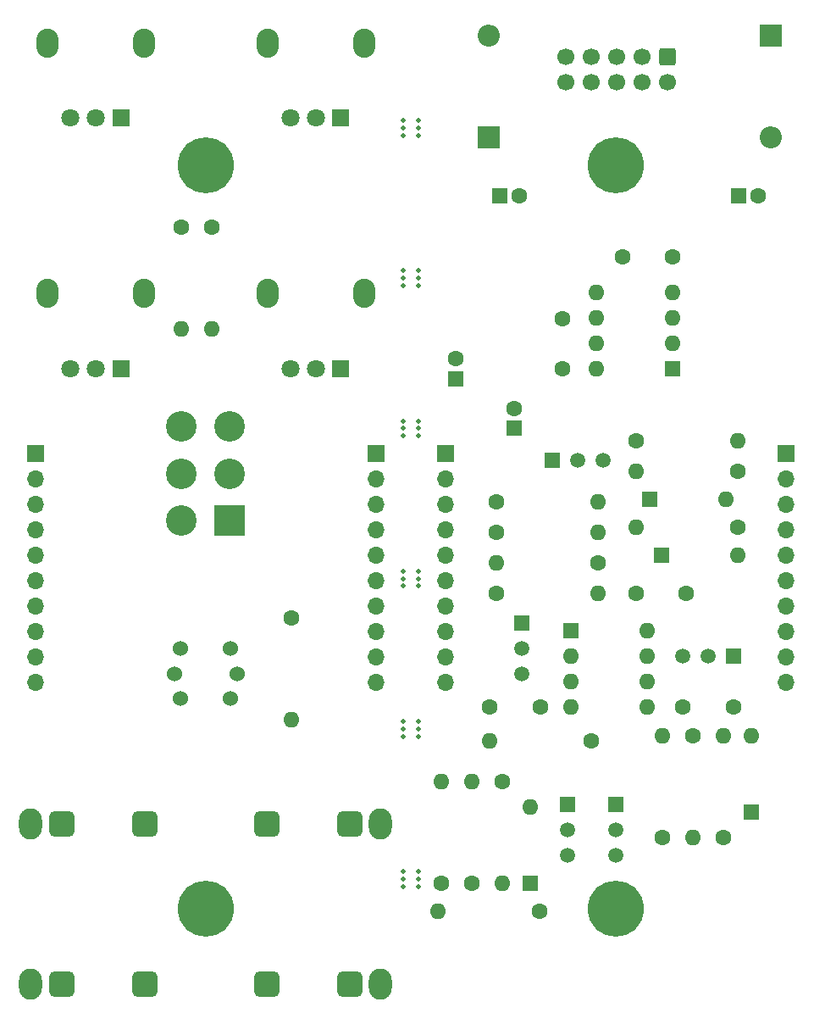
<source format=gts>
%TF.GenerationSoftware,KiCad,Pcbnew,8.0.3*%
%TF.CreationDate,2024-07-07T15:42:06+01:00*%
%TF.ProjectId,555-adsr,3535352d-6164-4737-922e-6b696361645f,rev01*%
%TF.SameCoordinates,Original*%
%TF.FileFunction,Soldermask,Top*%
%TF.FilePolarity,Negative*%
%FSLAX46Y46*%
G04 Gerber Fmt 4.6, Leading zero omitted, Abs format (unit mm)*
G04 Created by KiCad (PCBNEW 8.0.3) date 2024-07-07 15:42:06*
%MOMM*%
%LPD*%
G01*
G04 APERTURE LIST*
G04 Aperture macros list*
%AMRoundRect*
0 Rectangle with rounded corners*
0 $1 Rounding radius*
0 $2 $3 $4 $5 $6 $7 $8 $9 X,Y pos of 4 corners*
0 Add a 4 corners polygon primitive as box body*
4,1,4,$2,$3,$4,$5,$6,$7,$8,$9,$2,$3,0*
0 Add four circle primitives for the rounded corners*
1,1,$1+$1,$2,$3*
1,1,$1+$1,$4,$5*
1,1,$1+$1,$6,$7*
1,1,$1+$1,$8,$9*
0 Add four rect primitives between the rounded corners*
20,1,$1+$1,$2,$3,$4,$5,0*
20,1,$1+$1,$4,$5,$6,$7,0*
20,1,$1+$1,$6,$7,$8,$9,0*
20,1,$1+$1,$8,$9,$2,$3,0*%
G04 Aperture macros list end*
%ADD10R,1.600000X1.600000*%
%ADD11O,1.600000X1.600000*%
%ADD12C,1.600000*%
%ADD13R,1.700000X1.700000*%
%ADD14O,1.700000X1.700000*%
%ADD15C,0.500000*%
%ADD16R,2.200000X2.200000*%
%ADD17O,2.200000X2.200000*%
%ADD18C,5.600000*%
%ADD19RoundRect,0.250000X-0.600000X0.600000X-0.600000X-0.600000X0.600000X-0.600000X0.600000X0.600000X0*%
%ADD20C,1.700000*%
%ADD21R,1.500000X1.500000*%
%ADD22C,1.500000*%
%ADD23O,2.300000X3.100000*%
%ADD24RoundRect,0.650000X-0.650000X0.650000X-0.650000X-0.650000X0.650000X-0.650000X0.650000X0.650000X0*%
%ADD25R,3.048000X3.048000*%
%ADD26C,3.048000*%
%ADD27O,2.200000X2.900000*%
%ADD28R,1.800000X1.800000*%
%ADD29C,1.800000*%
%ADD30RoundRect,0.650000X0.650000X-0.650000X0.650000X0.650000X-0.650000X0.650000X-0.650000X-0.650000X0*%
%ADD31C,1.524000*%
G04 APERTURE END LIST*
D10*
%TO.C,D7*%
X130556000Y-108204000D03*
D11*
X138176000Y-108204000D03*
%TD*%
D12*
%TO.C,C8*%
X131699000Y-78359000D03*
X126699000Y-78359000D03*
%TD*%
D10*
%TO.C,C1*%
X114360888Y-72263000D03*
D12*
X116360888Y-72263000D03*
%TD*%
D13*
%TO.C,J7*%
X68000000Y-98000000D03*
D14*
X68000000Y-100540000D03*
X68000000Y-103080000D03*
X68000000Y-105620000D03*
X68000000Y-108160000D03*
X68000000Y-110700000D03*
X68000000Y-113240000D03*
X68000000Y-115780000D03*
X68000000Y-118320000D03*
X68000000Y-120860000D03*
%TD*%
D15*
%TO.C,mouse-bite-2mm-slot*%
X104750000Y-141250000D03*
X106250000Y-141250000D03*
X104750000Y-140500000D03*
X106250000Y-140500000D03*
X104750000Y-139750000D03*
X106250000Y-139750000D03*
%TD*%
D16*
%TO.C,D2*%
X113284000Y-66421000D03*
D17*
X113284000Y-56261000D03*
%TD*%
D18*
%TO.C,H3*%
X126000000Y-143500000D03*
%TD*%
D10*
%TO.C,C3*%
X138236888Y-72263000D03*
D12*
X140236888Y-72263000D03*
%TD*%
%TO.C,R5*%
X82550000Y-75438000D03*
D11*
X82550000Y-85598000D03*
%TD*%
D13*
%TO.C,J9*%
X102000000Y-98000000D03*
D14*
X102000000Y-100540000D03*
X102000000Y-103080000D03*
X102000000Y-105620000D03*
X102000000Y-108160000D03*
X102000000Y-110700000D03*
X102000000Y-113240000D03*
X102000000Y-115780000D03*
X102000000Y-118320000D03*
X102000000Y-120860000D03*
%TD*%
D15*
%TO.C,mouse-bite-2mm-slot*%
X104750000Y-111250000D03*
X106250000Y-111250000D03*
X104750000Y-110500000D03*
X106250000Y-110500000D03*
X104750000Y-109750000D03*
X106250000Y-109750000D03*
%TD*%
D12*
%TO.C,C7*%
X120650000Y-84535000D03*
X120650000Y-89535000D03*
%TD*%
D18*
%TO.C,H2*%
X126000000Y-69250000D03*
%TD*%
D10*
%TO.C,D1*%
X117475000Y-140970000D03*
D11*
X117475000Y-133350000D03*
%TD*%
D10*
%TO.C,U1*%
X121539000Y-115697000D03*
D11*
X121539000Y-118237000D03*
X121539000Y-120777000D03*
X121539000Y-123317000D03*
X129159000Y-123317000D03*
X129159000Y-120777000D03*
X129159000Y-118237000D03*
X129159000Y-115697000D03*
%TD*%
D18*
%TO.C,H1*%
X85000000Y-69250000D03*
%TD*%
D12*
%TO.C,R11*%
X124206000Y-108966000D03*
D11*
X114046000Y-108966000D03*
%TD*%
D19*
%TO.C,J2*%
X131191000Y-58420000D03*
D20*
X131191000Y-60960000D03*
X128651000Y-58420000D03*
X128651000Y-60960000D03*
X126111000Y-58420000D03*
X126111000Y-60960000D03*
X123571000Y-58420000D03*
X123571000Y-60960000D03*
X121031000Y-58420000D03*
X121031000Y-60960000D03*
%TD*%
D21*
%TO.C,Q4*%
X137795000Y-118237000D03*
D22*
X135255000Y-118237000D03*
X132715000Y-118237000D03*
%TD*%
D12*
%TO.C,C4*%
X118411000Y-123317000D03*
X113411000Y-123317000D03*
%TD*%
D10*
%TO.C,U2*%
X131699000Y-89535000D03*
D11*
X131699000Y-86995000D03*
X131699000Y-84455000D03*
X131699000Y-81915000D03*
X124079000Y-81915000D03*
X124079000Y-84455000D03*
X124079000Y-86995000D03*
X124079000Y-89535000D03*
%TD*%
D12*
%TO.C,R2*%
X136779000Y-136398000D03*
D11*
X136779000Y-126238000D03*
%TD*%
D21*
%TO.C,Q1*%
X121158000Y-133096000D03*
D22*
X121158000Y-135636000D03*
X121158000Y-138176000D03*
%TD*%
D12*
%TO.C,R15*%
X108585000Y-140970000D03*
D11*
X108585000Y-130810000D03*
%TD*%
D10*
%TO.C,D5*%
X139573000Y-133858000D03*
D11*
X139573000Y-126238000D03*
%TD*%
D12*
%TO.C,R6*%
X114046000Y-112014000D03*
D11*
X124206000Y-112014000D03*
%TD*%
D12*
%TO.C,R14*%
X118364000Y-143764000D03*
D11*
X108204000Y-143764000D03*
%TD*%
D10*
%TO.C,D6*%
X129413000Y-102616000D03*
D11*
X137033000Y-102616000D03*
%TD*%
D12*
%TO.C,R12*%
X114046000Y-102870000D03*
D11*
X124206000Y-102870000D03*
%TD*%
D12*
%TO.C,C5*%
X137715000Y-123317000D03*
X132715000Y-123317000D03*
%TD*%
D15*
%TO.C,mouse-bite-2mm-slot*%
X104750000Y-96250000D03*
X106250000Y-96250000D03*
X104750000Y-95500000D03*
X106250000Y-95500000D03*
X104750000Y-94750000D03*
X106250000Y-94750000D03*
%TD*%
D16*
%TO.C,D3*%
X141478000Y-56261000D03*
D17*
X141478000Y-66421000D03*
%TD*%
D12*
%TO.C,R13*%
X111633000Y-140970000D03*
D11*
X111633000Y-130810000D03*
%TD*%
D12*
%TO.C,R8*%
X85598000Y-75438000D03*
D11*
X85598000Y-85598000D03*
%TD*%
D21*
%TO.C,Q2*%
X125984000Y-133096000D03*
D22*
X125984000Y-135636000D03*
X125984000Y-138176000D03*
%TD*%
D15*
%TO.C,mouse-bite-2mm-slot*%
X104750000Y-126250000D03*
X106250000Y-126250000D03*
X104750000Y-125500000D03*
X106250000Y-125500000D03*
X104750000Y-124750000D03*
X106250000Y-124750000D03*
%TD*%
D12*
%TO.C,R10*%
X138176000Y-99822000D03*
D11*
X128016000Y-99822000D03*
%TD*%
D21*
%TO.C,Q5*%
X119634000Y-98679000D03*
D22*
X122174000Y-98679000D03*
X124714000Y-98679000D03*
%TD*%
D12*
%TO.C,R1*%
X114681000Y-130810000D03*
D11*
X114681000Y-140970000D03*
%TD*%
D15*
%TO.C,mouse-bite-2mm-slot*%
X104750000Y-81250000D03*
X106250000Y-81250000D03*
X104750000Y-80500000D03*
X106250000Y-80500000D03*
X104750000Y-79750000D03*
X106250000Y-79750000D03*
%TD*%
D12*
%TO.C,R17*%
X93550000Y-114390000D03*
D11*
X93550000Y-124550000D03*
%TD*%
D15*
%TO.C,mouse-bite-2mm-slot*%
X104750000Y-66250000D03*
X106250000Y-66250000D03*
X104750000Y-65500000D03*
X106250000Y-65500000D03*
X104750000Y-64750000D03*
X106250000Y-64750000D03*
%TD*%
D12*
%TO.C,R4*%
X123571000Y-126746000D03*
D11*
X113411000Y-126746000D03*
%TD*%
D21*
%TO.C,Q3*%
X116586000Y-114935000D03*
D22*
X116586000Y-117475000D03*
X116586000Y-120015000D03*
%TD*%
D12*
%TO.C,R16*%
X133731000Y-126238000D03*
D11*
X133731000Y-136398000D03*
%TD*%
D18*
%TO.C,H4*%
X85000000Y-143500000D03*
%TD*%
D10*
%TO.C,C9*%
X109982000Y-90551000D03*
D12*
X109982000Y-88551000D03*
%TD*%
D10*
%TO.C,C2*%
X115824000Y-95504000D03*
D12*
X115824000Y-93504000D03*
%TD*%
%TO.C,R18*%
X114046000Y-105918000D03*
D11*
X124206000Y-105918000D03*
%TD*%
D12*
%TO.C,C6*%
X133016000Y-112014000D03*
X128016000Y-112014000D03*
%TD*%
%TO.C,R7*%
X128016000Y-96774000D03*
D11*
X138176000Y-96774000D03*
%TD*%
D12*
%TO.C,R3*%
X130683000Y-136398000D03*
D11*
X130683000Y-126238000D03*
%TD*%
D12*
%TO.C,R9*%
X138176000Y-105410000D03*
D11*
X128016000Y-105410000D03*
%TD*%
D23*
%TO.C,J3*%
X102480000Y-151000000D03*
D24*
X91080000Y-151000000D03*
X99380000Y-151000000D03*
%TD*%
D25*
%TO.C,SW1*%
X87413000Y-104699000D03*
D26*
X87413000Y-100000000D03*
X87413000Y-95301000D03*
X82587000Y-104699000D03*
X82587000Y-100000000D03*
X82587000Y-95301000D03*
%TD*%
D27*
%TO.C,RV3*%
X100800000Y-82000000D03*
X91200000Y-82000000D03*
D28*
X98500000Y-89500000D03*
D29*
X96000000Y-89500000D03*
X93500000Y-89500000D03*
%TD*%
D23*
%TO.C,J5*%
X67520000Y-151000000D03*
D30*
X78920000Y-151000000D03*
X70620000Y-151000000D03*
%TD*%
D13*
%TO.C,J6*%
X109000000Y-98000000D03*
D14*
X109000000Y-100540000D03*
X109000000Y-103080000D03*
X109000000Y-105620000D03*
X109000000Y-108160000D03*
X109000000Y-110700000D03*
X109000000Y-113240000D03*
X109000000Y-115780000D03*
X109000000Y-118320000D03*
X109000000Y-120860000D03*
%TD*%
D31*
%TO.C,BTN1*%
X82500000Y-122500000D03*
X87500000Y-122500000D03*
X82500000Y-117500000D03*
X87500000Y-117500000D03*
X81900000Y-120000000D03*
X88100000Y-120000000D03*
%TD*%
D27*
%TO.C,RV4*%
X78800000Y-57000000D03*
X69200000Y-57000000D03*
D28*
X76500000Y-64500000D03*
D29*
X74000000Y-64500000D03*
X71500000Y-64500000D03*
%TD*%
D27*
%TO.C,RV2*%
X100800000Y-57000000D03*
X91200000Y-57000000D03*
D28*
X98500000Y-64500000D03*
D29*
X96000000Y-64500000D03*
X93500000Y-64500000D03*
%TD*%
D27*
%TO.C,RV1*%
X78800000Y-82000000D03*
X69200000Y-82000000D03*
D28*
X76500000Y-89500000D03*
D29*
X74000000Y-89500000D03*
X71500000Y-89500000D03*
%TD*%
D13*
%TO.C,J8*%
X143000000Y-98000000D03*
D14*
X143000000Y-100540000D03*
X143000000Y-103080000D03*
X143000000Y-105620000D03*
X143000000Y-108160000D03*
X143000000Y-110700000D03*
X143000000Y-113240000D03*
X143000000Y-115780000D03*
X143000000Y-118320000D03*
X143000000Y-120860000D03*
%TD*%
D23*
%TO.C,J4*%
X102480000Y-135000000D03*
D24*
X91080000Y-135000000D03*
X99380000Y-135000000D03*
%TD*%
D23*
%TO.C,J1*%
X67520000Y-135000000D03*
D30*
X78920000Y-135000000D03*
X70620000Y-135000000D03*
%TD*%
M02*

</source>
